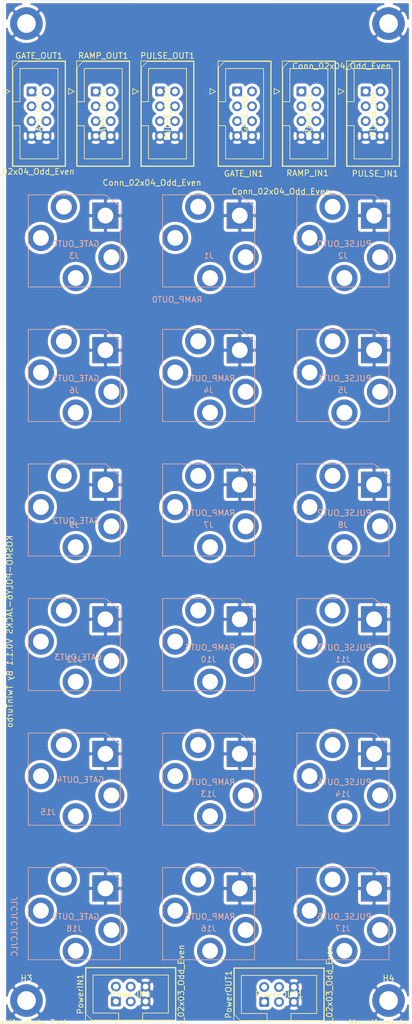
<source format=kicad_pcb>
(kicad_pcb (version 20171130) (host pcbnew "(5.1.7)-1")
  (title_block (title KOSMO-POLY6-JACKS) (date 2023-03-06) (rev v0.1.1) (company Claytune))
  (layers (0 F.Cu signal hide) (31 B.Cu signal hide) (34 B.Paste user) (35 F.Paste user) (36 B.SilkS user) (37 F.SilkS user) (38 B.Mask user) (39 F.Mask user) (44 Edge.Cuts user))
  (net 0 "")
  (net 1 GND-S)
  (net 2 GATE_OUT2-S)
  (net 3 GATE_OUT1-S)
  (net 4 GATE_OUT3-S)
  (net 5 GATE_OUT0-S)
  (net 6 "Net-(J1-PadS)")
  (net 7 RAMP_OUT0-S)
  (net 8 "Net-(J1-PadSN)")
  (net 9 "Net-(J2-PadS)")
  (net 10 PULSE_OUT0-S)
  (net 11 "Net-(J2-PadSN)")
  (net 12 "Net-(J3-PadS)")
  (net 13 "Net-(J3-PadSN)")
  (net 14 "Net-(J4-PadS)")
  (net 15 RAMP_OUT1-S)
  (net 16 "Net-(J4-PadSN)")
  (net 17 "Net-(J5-PadS)")
  (net 18 PULSE_OUT1-S)
  (net 19 "Net-(J5-PadSN)")
  (net 20 "Net-(J6-PadS)")
  (net 21 "Net-(J6-PadSN)")
  (net 22 "Net-(J7-PadS)")
  (net 23 RAMP_OUT2-S)
  (net 24 "Net-(J7-PadSN)")
  (net 25 "Net-(J8-PadS)")
  (net 26 PULSE_OUT2-S)
  (net 27 "Net-(J8-PadSN)")
  (net 28 "Net-(J9-PadS)")
  (net 29 "Net-(J9-PadSN)")
  (net 30 "Net-(J10-PadS)")
  (net 31 RAMP_OUT3-S)
  (net 32 "Net-(J10-PadSN)")
  (net 33 "Net-(J11-PadS)")
  (net 34 PULSE_OUT3-S)
  (net 35 "Net-(J11-PadSN)")
  (net 36 "Net-(J12-PadS)")
  (net 37 "Net-(J12-PadSN)")
  (net 38 "Net-(J13-PadS)")
  (net 39 RAMP_OUT4-S)
  (net 40 "Net-(J13-PadSN)")
  (net 41 "Net-(J14-PadS)")
  (net 42 PULSE_OUT4-S)
  (net 43 "Net-(J14-PadSN)")
  (net 44 "Net-(J15-PadS)")
  (net 45 "Net-(J15-PadSN)")
  (net 46 "Net-(J16-PadS)")
  (net 47 "Net-(J16-PadSN)")
  (net 48 "Net-(J17-PadS)")
  (net 49 PULSE_OUT5-S)
  (net 50 "Net-(J17-PadSN)")
  (net 51 "Net-(J18-PadS)")
  (net 52 "Net-(J18-PadSN)")
  (net 53 RAMP_OUT5-S)
  (net 54 GATE_OUT2-N)
  (net 55 GATE_OUT1-N)
  (net 56 GATE_OUT3-N)
  (net 57 GATE_OUT0-N)
  (net 58 RAMP_OUT0-N)
  (net 59 PULSE_OUT0-N)
  (net 60 RAMP_OUT1-N)
  (net 61 PULSE_OUT1-N)
  (net 62 RAMP_OUT2-N)
  (net 63 PULSE_OUT2-N)
  (net 64 RAMP_OUT3-N)
  (net 65 PULSE_OUT3-N)
  (net 66 RAMP_OUT4-N)
  (net 67 PULSE_OUT4-N)
  (net 68 RAMP_OUT5-N)
  (net 69 PULSE_OUT5-N)
  (net 70 -12V)
  (net 71 +3V3)
  (net 72 +12V)
  (net 73 +5V)
  (module MountingHole:MountingHole_3.2mm_M3_DIN965_Pad (layer F.Cu) (at 57.657 19.837)
    (fp_text reference H2 (at -0.117 -5.235) (layer F.SilkS))
    (fp_text value MountingHole_Pad (at -13.159 5.099) (layer F.SilkS))
    (fp_text user %R (at 0.3 0) (layer F.SilkS))
    (pad 1 thru_hole circle (at 0 0) (size 5.6 5.6) (drill 3.2) (layers *.Cu *.Mask) (net 1 GND-S))
  )
  (module Connector_IDC:IDC-Header_2x03_P2.54mm_Vertical (layer F.Cu) (at 98.368 187.057 90)
    (fp_text reference PowerOUT1 (at 1.27 -6.1 90) (layer F.SilkS))
    (fp_text value Conn_02x03_Odd_Even (at 1.27 11.18 90) (layer F.SilkS))
    (fp_text user %R (at 1.27 2.54) (layer F.SilkS))
    (pad 6 thru_hole circle (at 2.54 5.08 90) (size 1.7 1.7) (drill 1) (layers *.Cu *.Mask) (net 1 GND-S))
    (pad 4 thru_hole circle (at 2.54 2.54 90) (size 1.7 1.7) (drill 1) (layers *.Cu *.Mask) (net 71 +3V3))
    (pad 2 thru_hole circle (at 2.54 0 90) (size 1.7 1.7) (drill 1) (layers *.Cu *.Mask) (net 70 -12V))
    (pad 5 thru_hole circle (at 0 5.08 90) (size 1.7 1.7) (drill 1) (layers *.Cu *.Mask) (net 1 GND-S))
    (pad 3 thru_hole circle (at 0 2.54 90) (size 1.7 1.7) (drill 1) (layers *.Cu *.Mask) (net 73 +5V))
    (pad 1 thru_hole roundrect (at 0 0 90) (size 1.7 1.7) (drill 1) (layers *.Cu *.Mask) (roundrect_rratio 0.1470588235294118) (net 72 +12V))
  )
  (module Connector_IDC:IDC-Header_2x03_P2.54mm_Vertical (layer F.Cu) (at 72.973 186.988 90)
    (fp_text reference PowerIN1 (at 1.27 -6.1 90) (layer F.SilkS))
    (fp_text value Conn_02x03_Odd_Even (at 1.27 11.18 90) (layer F.SilkS))
    (fp_text user %R (at 1.27 2.54) (layer F.SilkS))
    (pad 6 thru_hole circle (at 2.54 5.08 90) (size 1.7 1.7) (drill 1) (layers *.Cu *.Mask) (net 1 GND-S))
    (pad 4 thru_hole circle (at 2.54 2.54 90) (size 1.7 1.7) (drill 1) (layers *.Cu *.Mask) (net 71 +3V3))
    (pad 2 thru_hole circle (at 2.54 0 90) (size 1.7 1.7) (drill 1) (layers *.Cu *.Mask) (net 70 -12V))
    (pad 5 thru_hole circle (at 0 5.08 90) (size 1.7 1.7) (drill 1) (layers *.Cu *.Mask) (net 1 GND-S))
    (pad 3 thru_hole circle (at 0 2.54 90) (size 1.7 1.7) (drill 1) (layers *.Cu *.Mask) (net 73 +5V))
    (pad 1 thru_hole roundrect (at 0 0 90) (size 1.7 1.7) (drill 1) (layers *.Cu *.Mask) (roundrect_rratio 0.1470588235294118) (net 72 +12V))
  )
  (module MountingHole:MountingHole_3.2mm_M3_DIN965_Pad (layer F.Cu) (at 119.655 186.829)
    (fp_text reference H4 (at 0 -3.8) (layer F.SilkS))
    (fp_text value MountingHole_Pad (at 0 3.8) (layer F.SilkS))
    (fp_text user %R (at 0.3 0) (layer F.SilkS))
    (pad 1 thru_hole circle (at 0 0) (size 5.6 5.6) (drill 3.2) (layers *.Cu *.Mask) (net 1 GND-S))
  )
  (module MountingHole:MountingHole_3.2mm_M3_DIN965_Pad (layer F.Cu) (at 57.669 186.831)
    (fp_text reference H3 (at 0 -3.8) (layer F.SilkS))
    (fp_text value MountingHole_Pad (at 0 3.8) (layer F.SilkS))
    (fp_text user %R (at 0.3 0) (layer F.SilkS))
    (pad 1 thru_hole circle (at 0 0) (size 5.6 5.6) (drill 3.2) (layers *.Cu *.Mask) (net 1 GND-S))
  )
  (module MountingHole:MountingHole_3.2mm_M3_DIN965_Pad (layer F.Cu) (at 119.657 19.835)
    (fp_text reference H1 (at 0.206 -5.121) (layer F.SilkS))
    (fp_text value MountingHole_Pad (at 12.018 0.392) (layer F.SilkS))
    (fp_text user %R (at 0.3 0) (layer F.SilkS))
    (pad 1 thru_hole circle (at 0 0) (size 5.6 5.6) (drill 3.2) (layers *.Cu *.Mask) (net 1 GND-S))
  )
  (module Connector_IDC:IDC-Header_2x04_P2.54mm_Vertical (layer F.Cu) (at 69.538 31.435)
    (fp_text reference RAMP_OUT1 (at 1.27 -6.1) (layer F.SilkS))
    (fp_text value Conn_02x04_Odd_Even (at 75.22 0.134) (layer F.SilkS))
    (fp_text user %R (at 1.27 3.81 90) (layer F.SilkS))
    (pad 8 thru_hole circle (at 2.54 7.62) (size 1.7 1.7) (drill 1) (layers *.Cu *.Mask) (net 1 GND-S))
    (pad 6 thru_hole circle (at 2.54 5.08) (size 1.7 1.7) (drill 1) (layers *.Cu *.Mask) (net 68 RAMP_OUT5-N))
    (pad 4 thru_hole circle (at 2.54 2.54) (size 1.7 1.7) (drill 1) (layers *.Cu *.Mask) (net 66 RAMP_OUT4-N))
    (pad 2 thru_hole circle (at 2.54 0) (size 1.7 1.7) (drill 1) (layers *.Cu *.Mask) (net 64 RAMP_OUT3-N))
    (pad 7 thru_hole circle (at 0 7.62) (size 1.7 1.7) (drill 1) (layers *.Cu *.Mask) (net 1 GND-S))
    (pad 5 thru_hole circle (at 0 5.08) (size 1.7 1.7) (drill 1) (layers *.Cu *.Mask) (net 62 RAMP_OUT2-N))
    (pad 3 thru_hole circle (at 0 2.54) (size 1.7 1.7) (drill 1) (layers *.Cu *.Mask) (net 60 RAMP_OUT1-N))
    (pad 1 thru_hole roundrect (at 0 0) (size 1.7 1.7) (drill 1) (layers *.Cu *.Mask) (roundrect_rratio 0.1470588235294118) (net 58 RAMP_OUT0-N))
  )
  (module Connector_IDC:IDC-Header_2x04_P2.54mm_Vertical (layer F.Cu) (at 104.743 31.435)
    (fp_text reference RAMP_IN1 (at 1.046 13.971) (layer F.SilkS))
    (fp_text value Conn_02x04_Odd_Even (at -25.59 15.61) (layer F.SilkS))
    (fp_text user %R (at 1.27 3.81 90) (layer F.SilkS))
    (pad 8 thru_hole circle (at 2.54 7.62) (size 1.7 1.7) (drill 1) (layers *.Cu *.Mask) (net 1 GND-S))
    (pad 6 thru_hole circle (at 2.54 5.08) (size 1.7 1.7) (drill 1) (layers *.Cu *.Mask) (net 53 RAMP_OUT5-S))
    (pad 4 thru_hole circle (at 2.54 2.54) (size 1.7 1.7) (drill 1) (layers *.Cu *.Mask) (net 39 RAMP_OUT4-S))
    (pad 2 thru_hole circle (at 2.54 0) (size 1.7 1.7) (drill 1) (layers *.Cu *.Mask) (net 31 RAMP_OUT3-S))
    (pad 7 thru_hole circle (at 0 7.62) (size 1.7 1.7) (drill 1) (layers *.Cu *.Mask) (net 1 GND-S))
    (pad 5 thru_hole circle (at 0 5.08) (size 1.7 1.7) (drill 1) (layers *.Cu *.Mask) (net 23 RAMP_OUT2-S))
    (pad 3 thru_hole circle (at 0 2.54) (size 1.7 1.7) (drill 1) (layers *.Cu *.Mask) (net 15 RAMP_OUT1-S))
    (pad 1 thru_hole roundrect (at 0 0) (size 1.7 1.7) (drill 1) (layers *.Cu *.Mask) (roundrect_rratio 0.1470588235294118) (net 7 RAMP_OUT0-S))
  )
  (module Connector_IDC:IDC-Header_2x04_P2.54mm_Vertical (layer F.Cu) (at 80.538 31.435)
    (fp_text reference PULSE_OUT1 (at 1.27 -6.1) (layer F.SilkS))
    (fp_text value Conn_02x04_Odd_Even (at 64.549 -2.316) (layer F.SilkS))
    (fp_text user %R (at 1.27 3.81 90) (layer F.SilkS))
    (pad 8 thru_hole circle (at 2.54 7.62) (size 1.7 1.7) (drill 1) (layers *.Cu *.Mask) (net 1 GND-S))
    (pad 6 thru_hole circle (at 2.54 5.08) (size 1.7 1.7) (drill 1) (layers *.Cu *.Mask) (net 69 PULSE_OUT5-N))
    (pad 4 thru_hole circle (at 2.54 2.54) (size 1.7 1.7) (drill 1) (layers *.Cu *.Mask) (net 67 PULSE_OUT4-N))
    (pad 2 thru_hole circle (at 2.54 0) (size 1.7 1.7) (drill 1) (layers *.Cu *.Mask) (net 65 PULSE_OUT3-N))
    (pad 7 thru_hole circle (at 0 7.62) (size 1.7 1.7) (drill 1) (layers *.Cu *.Mask) (net 1 GND-S))
    (pad 5 thru_hole circle (at 0 5.08) (size 1.7 1.7) (drill 1) (layers *.Cu *.Mask) (net 63 PULSE_OUT2-N))
    (pad 3 thru_hole circle (at 0 2.54) (size 1.7 1.7) (drill 1) (layers *.Cu *.Mask) (net 61 PULSE_OUT1-N))
    (pad 1 thru_hole roundrect (at 0 0) (size 1.7 1.7) (drill 1) (layers *.Cu *.Mask) (roundrect_rratio 0.1470588235294118) (net 59 PULSE_OUT0-N))
  )
  (module Connector_IDC:IDC-Header_2x04_P2.54mm_Vertical (layer F.Cu) (at 115.743 31.435)
    (fp_text reference PULSE_IN1 (at 1.615 14.05) (layer F.SilkS))
    (fp_text value Conn_02x04_Odd_Even (at -14.523 17.105) (layer F.SilkS))
    (fp_text user %R (at 1.27 3.81 90) (layer F.SilkS))
    (pad 8 thru_hole circle (at 2.54 7.62) (size 1.7 1.7) (drill 1) (layers *.Cu *.Mask) (net 1 GND-S))
    (pad 6 thru_hole circle (at 2.54 5.08) (size 1.7 1.7) (drill 1) (layers *.Cu *.Mask) (net 49 PULSE_OUT5-S))
    (pad 4 thru_hole circle (at 2.54 2.54) (size 1.7 1.7) (drill 1) (layers *.Cu *.Mask) (net 42 PULSE_OUT4-S))
    (pad 2 thru_hole circle (at 2.54 0) (size 1.7 1.7) (drill 1) (layers *.Cu *.Mask) (net 34 PULSE_OUT3-S))
    (pad 7 thru_hole circle (at 0 7.62) (size 1.7 1.7) (drill 1) (layers *.Cu *.Mask) (net 1 GND-S))
    (pad 5 thru_hole circle (at 0 5.08) (size 1.7 1.7) (drill 1) (layers *.Cu *.Mask) (net 26 PULSE_OUT2-S))
    (pad 3 thru_hole circle (at 0 2.54) (size 1.7 1.7) (drill 1) (layers *.Cu *.Mask) (net 18 PULSE_OUT1-S))
    (pad 1 thru_hole roundrect (at 0 0) (size 1.7 1.7) (drill 1) (layers *.Cu *.Mask) (roundrect_rratio 0.1470588235294118) (net 10 PULSE_OUT0-S))
  )
  (module AA-ROB-FULL:Jack_6.5mmLMNC (layer B.Cu) (at 67.117 177.318)
    (fp_text reference J18 (at -1.27 -2.794) (layer B.SilkS) (effects (justify mirror)))
    (fp_text value GATE_OUT5 (at -1.016 -4.826) (layer B.SilkS) (effects (justify mirror)))
    (pad G thru_hole rect (at 4.064 -9.652) (size 4.5 4.5) (drill 2.7) (layers *.Cu *.Mask) (net 1 GND-S))
    (pad S thru_hole circle (at -1.016 1.016) (size 4.5 4.5) (drill 2.7) (layers *.Cu *.Mask) (net 51 "Net-(J18-PadS)"))
    (pad T thru_hole circle (at -6.985 -5.842) (size 4.5 4.5) (drill 2.7) (layers *.Cu *.Mask) (net 2 GATE_OUT2-S))
    (pad SN thru_hole circle (at 5.08 -2.54) (size 4.5 4.5) (drill 2.7) (layers *.Cu *.Mask) (net 52 "Net-(J18-PadSN)"))
    (pad TN thru_hole circle (at -3.048 -11.176) (size 4.5 4.5) (drill 2.7) (layers *.Cu *.Mask) (net 54 GATE_OUT2-N))
  )
  (module AA-ROB-FULL:Jack_6.5mmLMNC (layer B.Cu) (at 113.117 177.318)
    (fp_text reference J17 (at -1.27 -2.794) (layer B.SilkS) (effects (justify mirror)))
    (fp_text value PULSE_OUT5 (at -1.016 -4.826) (layer B.SilkS) (effects (justify mirror)))
    (pad G thru_hole rect (at 4.064 -9.652) (size 4.5 4.5) (drill 2.7) (layers *.Cu *.Mask) (net 1 GND-S))
    (pad S thru_hole circle (at -1.016 1.016) (size 4.5 4.5) (drill 2.7) (layers *.Cu *.Mask) (net 48 "Net-(J17-PadS)"))
    (pad T thru_hole circle (at -6.985 -5.842) (size 4.5 4.5) (drill 2.7) (layers *.Cu *.Mask) (net 49 PULSE_OUT5-S))
    (pad SN thru_hole circle (at 5.08 -2.54) (size 4.5 4.5) (drill 2.7) (layers *.Cu *.Mask) (net 50 "Net-(J17-PadSN)"))
    (pad TN thru_hole circle (at -3.048 -11.176) (size 4.5 4.5) (drill 2.7) (layers *.Cu *.Mask) (net 69 PULSE_OUT5-N))
  )
  (module AA-ROB-FULL:Jack_6.5mmLMNC (layer B.Cu) (at 90.117 177.318)
    (fp_text reference J16 (at -1.27 -2.794) (layer B.SilkS) (effects (justify mirror)))
    (fp_text value RAMP_OUT5 (at -1.016 -4.826) (layer B.SilkS) (effects (justify mirror)))
    (pad G thru_hole rect (at 4.064 -9.652) (size 4.5 4.5) (drill 2.7) (layers *.Cu *.Mask) (net 1 GND-S))
    (pad S thru_hole circle (at -1.016 1.016) (size 4.5 4.5) (drill 2.7) (layers *.Cu *.Mask) (net 46 "Net-(J16-PadS)"))
    (pad T thru_hole circle (at -6.985 -5.842) (size 4.5 4.5) (drill 2.7) (layers *.Cu *.Mask) (net 53 RAMP_OUT5-S))
    (pad SN thru_hole circle (at 5.08 -2.54) (size 4.5 4.5) (drill 2.7) (layers *.Cu *.Mask) (net 47 "Net-(J16-PadSN)"))
    (pad TN thru_hole circle (at -3.048 -11.176) (size 4.5 4.5) (drill 2.7) (layers *.Cu *.Mask) (net 68 RAMP_OUT5-N))
  )
  (module AA-ROB-FULL:Jack_6.5mmLMNC (layer B.Cu) (at 67.117 154.318)
    (fp_text reference J15 (at -5.747 0.304) (layer B.SilkS) (effects (justify mirror)))
    (fp_text value GATE_OUT4 (at -0.216 -5.227) (layer B.SilkS) (effects (justify mirror)))
    (pad G thru_hole rect (at 4.064 -9.652) (size 4.5 4.5) (drill 2.7) (layers *.Cu *.Mask) (net 1 GND-S))
    (pad S thru_hole circle (at -1.016 1.016) (size 4.5 4.5) (drill 2.7) (layers *.Cu *.Mask) (net 44 "Net-(J15-PadS)"))
    (pad T thru_hole circle (at -6.985 -5.842) (size 4.5 4.5) (drill 2.7) (layers *.Cu *.Mask) (net 3 GATE_OUT1-S))
    (pad SN thru_hole circle (at 5.08 -2.54) (size 4.5 4.5) (drill 2.7) (layers *.Cu *.Mask) (net 45 "Net-(J15-PadSN)"))
    (pad TN thru_hole circle (at -3.048 -11.176) (size 4.5 4.5) (drill 2.7) (layers *.Cu *.Mask) (net 55 GATE_OUT1-N))
  )
  (module AA-ROB-FULL:Jack_6.5mmLMNC (layer B.Cu) (at 113.117 154.318)
    (fp_text reference J14 (at -1.27 -2.794) (layer B.SilkS) (effects (justify mirror)))
    (fp_text value PULSE_OUT4 (at -1.016 -4.826) (layer B.SilkS) (effects (justify mirror)))
    (pad G thru_hole rect (at 4.064 -9.652) (size 4.5 4.5) (drill 2.7) (layers *.Cu *.Mask) (net 1 GND-S))
    (pad S thru_hole circle (at -1.016 1.016) (size 4.5 4.5) (drill 2.7) (layers *.Cu *.Mask) (net 41 "Net-(J14-PadS)"))
    (pad T thru_hole circle (at -6.985 -5.842) (size 4.5 4.5) (drill 2.7) (layers *.Cu *.Mask) (net 42 PULSE_OUT4-S))
    (pad SN thru_hole circle (at 5.08 -2.54) (size 4.5 4.5) (drill 2.7) (layers *.Cu *.Mask) (net 43 "Net-(J14-PadSN)"))
    (pad TN thru_hole circle (at -3.048 -11.176) (size 4.5 4.5) (drill 2.7) (layers *.Cu *.Mask) (net 67 PULSE_OUT4-N))
  )
  (module AA-ROB-FULL:Jack_6.5mmLMNC (layer B.Cu) (at 90.117 154.318)
    (fp_text reference J13 (at -1.27 -2.794) (layer B.SilkS) (effects (justify mirror)))
    (fp_text value RAMP_OUT4 (at -1.016 -4.826) (layer B.SilkS) (effects (justify mirror)))
    (pad G thru_hole rect (at 4.064 -9.652) (size 4.5 4.5) (drill 2.7) (layers *.Cu *.Mask) (net 1 GND-S))
    (pad S thru_hole circle (at -1.016 1.016) (size 4.5 4.5) (drill 2.7) (layers *.Cu *.Mask) (net 38 "Net-(J13-PadS)"))
    (pad T thru_hole circle (at -6.985 -5.842) (size 4.5 4.5) (drill 2.7) (layers *.Cu *.Mask) (net 39 RAMP_OUT4-S))
    (pad SN thru_hole circle (at 5.08 -2.54) (size 4.5 4.5) (drill 2.7) (layers *.Cu *.Mask) (net 40 "Net-(J13-PadSN)"))
    (pad TN thru_hole circle (at -3.048 -11.176) (size 4.5 4.5) (drill 2.7) (layers *.Cu *.Mask) (net 66 RAMP_OUT4-N))
  )
  (module AA-ROB-FULL:Jack_6.5mmLMNC (layer B.Cu) (at 67.117 131.318)
    (fp_text reference J12 (at -1.27 -2.794) (layer B.SilkS) (effects (justify mirror)))
    (fp_text value GATE_OUT3 (at -0.590999 -3.174001) (layer B.SilkS) (effects (justify mirror)))
    (pad G thru_hole rect (at 4.064 -9.652) (size 4.5 4.5) (drill 2.7) (layers *.Cu *.Mask) (net 1 GND-S))
    (pad S thru_hole circle (at -1.016 1.016) (size 4.5 4.5) (drill 2.7) (layers *.Cu *.Mask) (net 36 "Net-(J12-PadS)"))
    (pad T thru_hole circle (at -6.985 -5.842) (size 4.5 4.5) (drill 2.7) (layers *.Cu *.Mask) (net 4 GATE_OUT3-S))
    (pad SN thru_hole circle (at 5.08 -2.54) (size 4.5 4.5) (drill 2.7) (layers *.Cu *.Mask) (net 37 "Net-(J12-PadSN)"))
    (pad TN thru_hole circle (at -3.048 -11.176) (size 4.5 4.5) (drill 2.7) (layers *.Cu *.Mask) (net 56 GATE_OUT3-N))
  )
  (module AA-ROB-FULL:Jack_6.5mmLMNC (layer B.Cu) (at 113.117 131.318)
    (fp_text reference J11 (at -1.27 -2.794) (layer B.SilkS) (effects (justify mirror)))
    (fp_text value PULSE_OUT3 (at -1.016 -4.826) (layer B.SilkS) (effects (justify mirror)))
    (pad G thru_hole rect (at 4.064 -9.652) (size 4.5 4.5) (drill 2.7) (layers *.Cu *.Mask) (net 1 GND-S))
    (pad S thru_hole circle (at -1.016 1.016) (size 4.5 4.5) (drill 2.7) (layers *.Cu *.Mask) (net 33 "Net-(J11-PadS)"))
    (pad T thru_hole circle (at -6.985 -5.842) (size 4.5 4.5) (drill 2.7) (layers *.Cu *.Mask) (net 34 PULSE_OUT3-S))
    (pad SN thru_hole circle (at 5.08 -2.54) (size 4.5 4.5) (drill 2.7) (layers *.Cu *.Mask) (net 35 "Net-(J11-PadSN)"))
    (pad TN thru_hole circle (at -3.048 -11.176) (size 4.5 4.5) (drill 2.7) (layers *.Cu *.Mask) (net 65 PULSE_OUT3-N))
  )
  (module AA-ROB-FULL:Jack_6.5mmLMNC (layer B.Cu) (at 90.117 131.318)
    (fp_text reference J10 (at -1.27 -2.794) (layer B.SilkS) (effects (justify mirror)))
    (fp_text value RAMP_OUT3 (at -1.016 -4.826) (layer B.SilkS) (effects (justify mirror)))
    (pad G thru_hole rect (at 4.064 -9.652) (size 4.5 4.5) (drill 2.7) (layers *.Cu *.Mask) (net 1 GND-S))
    (pad S thru_hole circle (at -1.016 1.016) (size 4.5 4.5) (drill 2.7) (layers *.Cu *.Mask) (net 30 "Net-(J10-PadS)"))
    (pad T thru_hole circle (at -6.985 -5.842) (size 4.5 4.5) (drill 2.7) (layers *.Cu *.Mask) (net 31 RAMP_OUT3-S))
    (pad SN thru_hole circle (at 5.08 -2.54) (size 4.5 4.5) (drill 2.7) (layers *.Cu *.Mask) (net 32 "Net-(J10-PadSN)"))
    (pad TN thru_hole circle (at -3.048 -11.176) (size 4.5 4.5) (drill 2.7) (layers *.Cu *.Mask) (net 64 RAMP_OUT3-N))
  )
  (module AA-ROB-FULL:Jack_6.5mmLMNC (layer B.Cu) (at 67.117 108.318)
    (fp_text reference J9 (at -1.27 -2.794) (layer B.SilkS) (effects (justify mirror)))
    (fp_text value GATE_OUT2 (at -0.935999 -3.498001) (layer B.SilkS) (effects (justify mirror)))
    (pad G thru_hole rect (at 4.064 -9.652) (size 4.5 4.5) (drill 2.7) (layers *.Cu *.Mask) (net 1 GND-S))
    (pad S thru_hole circle (at -1.016 1.016) (size 4.5 4.5) (drill 2.7) (layers *.Cu *.Mask) (net 28 "Net-(J9-PadS)"))
    (pad T thru_hole circle (at -6.985 -5.842) (size 4.5 4.5) (drill 2.7) (layers *.Cu *.Mask) (net 2 GATE_OUT2-S))
    (pad SN thru_hole circle (at 5.08 -2.54) (size 4.5 4.5) (drill 2.7) (layers *.Cu *.Mask) (net 29 "Net-(J9-PadSN)"))
    (pad TN thru_hole circle (at -3.048 -11.176) (size 4.5 4.5) (drill 2.7) (layers *.Cu *.Mask) (net 54 GATE_OUT2-N))
  )
  (module AA-ROB-FULL:Jack_6.5mmLMNC (layer B.Cu) (at 113.117 108.318)
    (fp_text reference J8 (at -1.27 -2.794) (layer B.SilkS) (effects (justify mirror)))
    (fp_text value PULSE_OUT2 (at -1.016 -4.826) (layer B.SilkS) (effects (justify mirror)))
    (pad G thru_hole rect (at 4.064 -9.652) (size 4.5 4.5) (drill 2.7) (layers *.Cu *.Mask) (net 1 GND-S))
    (pad S thru_hole circle (at -1.016 1.016) (size 4.5 4.5) (drill 2.7) (layers *.Cu *.Mask) (net 25 "Net-(J8-PadS)"))
    (pad T thru_hole circle (at -6.985 -5.842) (size 4.5 4.5) (drill 2.7) (layers *.Cu *.Mask) (net 26 PULSE_OUT2-S))
    (pad SN thru_hole circle (at 5.08 -2.54) (size 4.5 4.5) (drill 2.7) (layers *.Cu *.Mask) (net 27 "Net-(J8-PadSN)"))
    (pad TN thru_hole circle (at -3.048 -11.176) (size 4.5 4.5) (drill 2.7) (layers *.Cu *.Mask) (net 63 PULSE_OUT2-N))
  )
  (module AA-ROB-FULL:Jack_6.5mmLMNC (layer B.Cu) (at 90.117 108.318)
    (fp_text reference J7 (at -1.27 -2.794) (layer B.SilkS) (effects (justify mirror)))
    (fp_text value RAMP_OUT2 (at -1.016 -4.826) (layer B.SilkS) (effects (justify mirror)))
    (pad G thru_hole rect (at 4.064 -9.652) (size 4.5 4.5) (drill 2.7) (layers *.Cu *.Mask) (net 1 GND-S))
    (pad S thru_hole circle (at -1.016 1.016) (size 4.5 4.5) (drill 2.7) (layers *.Cu *.Mask) (net 22 "Net-(J7-PadS)"))
    (pad T thru_hole circle (at -6.985 -5.842) (size 4.5 4.5) (drill 2.7) (layers *.Cu *.Mask) (net 23 RAMP_OUT2-S))
    (pad SN thru_hole circle (at 5.08 -2.54) (size 4.5 4.5) (drill 2.7) (layers *.Cu *.Mask) (net 24 "Net-(J7-PadSN)"))
    (pad TN thru_hole circle (at -3.048 -11.176) (size 4.5 4.5) (drill 2.7) (layers *.Cu *.Mask) (net 62 RAMP_OUT2-N))
  )
  (module AA-ROB-FULL:Jack_6.5mmLMNC (layer B.Cu) (at 67.117 85.318)
    (fp_text reference J6 (at -1.27 -2.794) (layer B.SilkS) (effects (justify mirror)))
    (fp_text value GATE_OUT1 (at -1.016 -4.826) (layer B.SilkS) (effects (justify mirror)))
    (pad G thru_hole rect (at 4.064 -9.652) (size 4.5 4.5) (drill 2.7) (layers *.Cu *.Mask) (net 1 GND-S))
    (pad S thru_hole circle (at -1.016 1.016) (size 4.5 4.5) (drill 2.7) (layers *.Cu *.Mask) (net 20 "Net-(J6-PadS)"))
    (pad T thru_hole circle (at -6.985 -5.842) (size 4.5 4.5) (drill 2.7) (layers *.Cu *.Mask) (net 3 GATE_OUT1-S))
    (pad SN thru_hole circle (at 5.08 -2.54) (size 4.5 4.5) (drill 2.7) (layers *.Cu *.Mask) (net 21 "Net-(J6-PadSN)"))
    (pad TN thru_hole circle (at -3.048 -11.176) (size 4.5 4.5) (drill 2.7) (layers *.Cu *.Mask) (net 55 GATE_OUT1-N))
  )
  (module AA-ROB-FULL:Jack_6.5mmLMNC (layer B.Cu) (at 113.117 85.318)
    (fp_text reference J5 (at -1.27 -2.794) (layer B.SilkS) (effects (justify mirror)))
    (fp_text value PULSE_OUT1 (at -1.016 -4.826) (layer B.SilkS) (effects (justify mirror)))
    (pad G thru_hole rect (at 4.064 -9.652) (size 4.5 4.5) (drill 2.7) (layers *.Cu *.Mask) (net 1 GND-S))
    (pad S thru_hole circle (at -1.016 1.016) (size 4.5 4.5) (drill 2.7) (layers *.Cu *.Mask) (net 17 "Net-(J5-PadS)"))
    (pad T thru_hole circle (at -6.985 -5.842) (size 4.5 4.5) (drill 2.7) (layers *.Cu *.Mask) (net 18 PULSE_OUT1-S))
    (pad SN thru_hole circle (at 5.08 -2.54) (size 4.5 4.5) (drill 2.7) (layers *.Cu *.Mask) (net 19 "Net-(J5-PadSN)"))
    (pad TN thru_hole circle (at -3.048 -11.176) (size 4.5 4.5) (drill 2.7) (layers *.Cu *.Mask) (net 61 PULSE_OUT1-N))
  )
  (module AA-ROB-FULL:Jack_6.5mmLMNC (layer B.Cu) (at 90.117 85.318)
    (fp_text reference J4 (at -1.27 -2.794) (layer B.SilkS) (effects (justify mirror)))
    (fp_text value RAMP_OUT1 (at -1.016 -4.826) (layer B.SilkS) (effects (justify mirror)))
    (pad G thru_hole rect (at 4.064 -9.652) (size 4.5 4.5) (drill 2.7) (layers *.Cu *.Mask) (net 1 GND-S))
    (pad S thru_hole circle (at -1.016 1.016) (size 4.5 4.5) (drill 2.7) (layers *.Cu *.Mask) (net 14 "Net-(J4-PadS)"))
    (pad T thru_hole circle (at -6.985 -5.842) (size 4.5 4.5) (drill 2.7) (layers *.Cu *.Mask) (net 15 RAMP_OUT1-S))
    (pad SN thru_hole circle (at 5.08 -2.54) (size 4.5 4.5) (drill 2.7) (layers *.Cu *.Mask) (net 16 "Net-(J4-PadSN)"))
    (pad TN thru_hole circle (at -3.048 -11.176) (size 4.5 4.5) (drill 2.7) (layers *.Cu *.Mask) (net 60 RAMP_OUT1-N))
  )
  (module AA-ROB-FULL:Jack_6.5mmLMNC (layer B.Cu) (at 67.117 62.318)
    (fp_text reference J3 (at -1.27 -2.794) (layer B.SilkS) (effects (justify mirror)))
    (fp_text value GATE_OUT0 (at -1.016 -4.826) (layer B.SilkS) (effects (justify mirror)))
    (pad G thru_hole rect (at 4.064 -9.652) (size 4.5 4.5) (drill 2.7) (layers *.Cu *.Mask) (net 1 GND-S))
    (pad S thru_hole circle (at -1.016 1.016) (size 4.5 4.5) (drill 2.7) (layers *.Cu *.Mask) (net 12 "Net-(J3-PadS)"))
    (pad T thru_hole circle (at -6.985 -5.842) (size 4.5 4.5) (drill 2.7) (layers *.Cu *.Mask) (net 5 GATE_OUT0-S))
    (pad SN thru_hole circle (at 5.08 -2.54) (size 4.5 4.5) (drill 2.7) (layers *.Cu *.Mask) (net 13 "Net-(J3-PadSN)"))
    (pad TN thru_hole circle (at -3.048 -11.176) (size 4.5 4.5) (drill 2.7) (layers *.Cu *.Mask) (net 57 GATE_OUT0-N))
  )
  (module AA-ROB-FULL:Jack_6.5mmLMNC (layer B.Cu) (at 113.117 62.318)
    (fp_text reference J2 (at -1.27 -2.794) (layer B.SilkS) (effects (justify mirror)))
    (fp_text value PULSE_OUT0 (at -1.016 -4.826) (layer B.SilkS) (effects (justify mirror)))
    (pad G thru_hole rect (at 4.064 -9.652) (size 4.5 4.5) (drill 2.7) (layers *.Cu *.Mask) (net 1 GND-S))
    (pad S thru_hole circle (at -1.016 1.016) (size 4.5 4.5) (drill 2.7) (layers *.Cu *.Mask) (net 9 "Net-(J2-PadS)"))
    (pad T thru_hole circle (at -6.985 -5.842) (size 4.5 4.5) (drill 2.7) (layers *.Cu *.Mask) (net 10 PULSE_OUT0-S))
    (pad SN thru_hole circle (at 5.08 -2.54) (size 4.5 4.5) (drill 2.7) (layers *.Cu *.Mask) (net 11 "Net-(J2-PadSN)"))
    (pad TN thru_hole circle (at -3.048 -11.176) (size 4.5 4.5) (drill 2.7) (layers *.Cu *.Mask) (net 59 PULSE_OUT0-N))
  )
  (module AA-ROB-FULL:Jack_6.5mmLMNC (layer B.Cu) (at 90.117 62.318)
    (fp_text reference J1 (at -1.27 -2.794) (layer B.SilkS) (effects (justify mirror)))
    (fp_text value RAMP_OUT0 (at -6.670999 4.702999) (layer B.SilkS) (effects (justify mirror)))
    (pad G thru_hole rect (at 4.064 -9.652) (size 4.5 4.5) (drill 2.7) (layers *.Cu *.Mask) (net 1 GND-S))
    (pad S thru_hole circle (at -1.016 1.016) (size 4.5 4.5) (drill 2.7) (layers *.Cu *.Mask) (net 6 "Net-(J1-PadS)"))
    (pad T thru_hole circle (at -6.985 -5.842) (size 4.5 4.5) (drill 2.7) (layers *.Cu *.Mask) (net 7 RAMP_OUT0-S))
    (pad SN thru_hole circle (at 5.08 -2.54) (size 4.5 4.5) (drill 2.7) (layers *.Cu *.Mask) (net 8 "Net-(J1-PadSN)"))
    (pad TN thru_hole circle (at -3.048 -11.176) (size 4.5 4.5) (drill 2.7) (layers *.Cu *.Mask) (net 58 RAMP_OUT0-N))
  )
  (module Connector_IDC:IDC-Header_2x04_P2.54mm_Vertical (layer F.Cu) (at 58.538 31.435)
    (fp_text reference GATE_OUT1 (at 1.27 -6.1) (layer F.SilkS))
    (fp_text value Conn_02x04_Odd_Even (at 53.088 -4.334) (layer F.SilkS))
    (fp_text user %R (at 1.27 3.81 90) (layer F.SilkS))
    (pad 8 thru_hole circle (at 2.54 7.62) (size 1.7 1.7) (drill 1) (layers *.Cu *.Mask) (net 1 GND-S))
    (pad 6 thru_hole circle (at 2.54 5.08) (size 1.7 1.7) (drill 1) (layers *.Cu *.Mask) (net 54 GATE_OUT2-N))
    (pad 4 thru_hole circle (at 2.54 2.54) (size 1.7 1.7) (drill 1) (layers *.Cu *.Mask) (net 55 GATE_OUT1-N))
    (pad 2 thru_hole circle (at 2.54 0) (size 1.7 1.7) (drill 1) (layers *.Cu *.Mask) (net 56 GATE_OUT3-N))
    (pad 7 thru_hole circle (at 0 7.62) (size 1.7 1.7) (drill 1) (layers *.Cu *.Mask) (net 1 GND-S))
    (pad 5 thru_hole circle (at 0 5.08) (size 1.7 1.7) (drill 1) (layers *.Cu *.Mask) (net 54 GATE_OUT2-N))
    (pad 3 thru_hole circle (at 0 2.54) (size 1.7 1.7) (drill 1) (layers *.Cu *.Mask) (net 55 GATE_OUT1-N))
    (pad 1 thru_hole roundrect (at 0 0) (size 1.7 1.7) (drill 1) (layers *.Cu *.Mask) (roundrect_rratio 0.1470588235294118) (net 57 GATE_OUT0-N))
  )
  (module Connector_IDC:IDC-Header_2x04_P2.54mm_Vertical (layer F.Cu) (at 93.743 31.435)
    (fp_text reference GATE_IN1 (at 1.109 14.05) (layer F.SilkS))
    (fp_text value Conn_02x04_Odd_Even (at -36.298 13.712) (layer F.SilkS))
    (fp_text user %R (at 1.27 3.81 90) (layer F.SilkS))
    (pad 8 thru_hole circle (at 2.54 7.62) (size 1.7 1.7) (drill 1) (layers *.Cu *.Mask) (net 1 GND-S))
    (pad 6 thru_hole circle (at 2.54 5.08) (size 1.7 1.7) (drill 1) (layers *.Cu *.Mask) (net 2 GATE_OUT2-S))
    (pad 4 thru_hole circle (at 2.54 2.54) (size 1.7 1.7) (drill 1) (layers *.Cu *.Mask) (net 3 GATE_OUT1-S))
    (pad 2 thru_hole circle (at 2.54 0) (size 1.7 1.7) (drill 1) (layers *.Cu *.Mask) (net 4 GATE_OUT3-S))
    (pad 7 thru_hole circle (at 0 7.62) (size 1.7 1.7) (drill 1) (layers *.Cu *.Mask) (net 1 GND-S))
    (pad 5 thru_hole circle (at 0 5.08) (size 1.7 1.7) (drill 1) (layers *.Cu *.Mask) (net 2 GATE_OUT2-S))
    (pad 3 thru_hole circle (at 0 2.54) (size 1.7 1.7) (drill 1) (layers *.Cu *.Mask) (net 3 GATE_OUT1-S))
    (pad 1 thru_hole roundrect (at 0 0) (size 1.7 1.7) (drill 1) (layers *.Cu *.Mask) (roundrect_rratio 0.1470588235294118) (net 5 GATE_OUT0-S))
  )
  (gr_text JLCJLCJLCJLC (at 55.615 174.179 90) (layer B.SilkS) (effects (font (size 1 1)) (justify mirror)))
  (gr_text "KOSMO-POLY6-JACKS V0.1.1 By TwinTurbo" (at 54.792 123.746 90) (layer F.SilkS) (effects (font (size 1 1)) (justify mirror)))
  (gr_line (start 53.657 15.835) (end 53.66 190.835) (layer Edge.Cuts) (width 0.05))
  (gr_line (start 123.657 15.835) (end 53.657 15.835) (layer Edge.Cuts) (width 0.05))
  (gr_line (start 123.657 190.835) (end 123.657 15.835) (layer Edge.Cuts) (width 0.05))
  (gr_line (start 123.657 190.835) (end 53.66 190.835) (layer Edge.Cuts) (width 0.05))
  (gr_text CLAYTUNE (at 87.804 19.22) (layer F.Cu) (effects (font (size 3 3) (thickness 0.3))))
  (zone (net 1) (net_name GND-S) (layer F.Cu) (connect_pads (clearance 0.508)) (min_thickness 0.254) (fill yes (arc_segments 32) (thermal_gap 0.508) (thermal_bridge_width 0.508))
    (polygon (pts (xy 123.196 190.258) (xy 54.066 190.258) (xy 54.066 16.329) (xy 123.196 16.329)))
  )
  (zone (net 1) (net_name GND-S) (layer B.Cu) (connect_pads (clearance 0.508)) (min_thickness 0.254) (fill yes (arc_segments 32) (thermal_gap 0.508) (thermal_bridge_width 0.508))
    (polygon (pts (xy 123.196 190.258) (xy 54.066 190.258) (xy 54.066 16.329) (xy 123.196 16.329)))
  )
)
</source>
